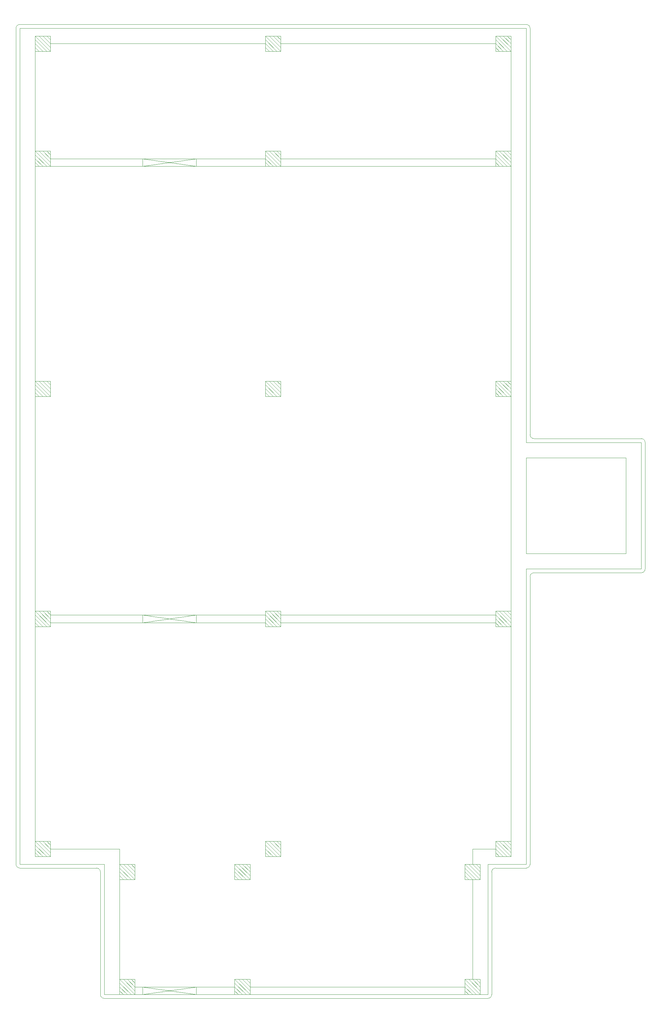
<source format=gbr>
G04 #@! TF.GenerationSoftware,KiCad,Pcbnew,6.0.10+dfsg-1~bpo11+1*
G04 #@! TF.ProjectId,main,6d61696e-2e6b-4696-9361-645f70636258,5.0*
G04 #@! TF.SameCoordinates,Original*
G04 #@! TF.FileFunction,Legend,Bot*
G04 #@! TF.FilePolarity,Positive*
%FSLAX46Y46*%
G04 Gerber Fmt 4.6, Leading zero omitted, Abs format (unit mm)*
%MOMM*%
%LPD*%
G01*
G04 APERTURE LIST*
%ADD10C,0.120000*%
G04 #@! TA.AperFunction,Profile*
%ADD11C,0.120000*%
G04 #@! TD*
G04 APERTURE END LIST*
D10*
X143280000Y-57320000D02*
X139280000Y-57320000D01*
X139280000Y-177320000D02*
X139280000Y-173320000D01*
X199280000Y-57320000D02*
X143280000Y-57320000D01*
X199280000Y-23320000D02*
X203280000Y-23320000D01*
X200280000Y-233320000D02*
X203280000Y-236320000D01*
X79280000Y-56320000D02*
X80280000Y-57320000D01*
X199280000Y-26320000D02*
X200280000Y-27320000D01*
X140280000Y-233320000D02*
X143280000Y-236320000D01*
X83280000Y-233320000D02*
X83280000Y-237320000D01*
X203280000Y-237320000D02*
X199280000Y-237320000D01*
X82280000Y-173320000D02*
X83280000Y-174320000D01*
X202280000Y-173320000D02*
X203280000Y-174320000D01*
X105280000Y-243320000D02*
X101280000Y-243320000D01*
X107280000Y-273320000D02*
X121280000Y-271320000D01*
X83280000Y-57320000D02*
X79280000Y-57320000D01*
X107280000Y-57320000D02*
X107280000Y-55320000D01*
X139280000Y-174320000D02*
X142280000Y-177320000D01*
X143280000Y-174320000D02*
X199280000Y-174320000D01*
X139280000Y-176320000D02*
X140280000Y-177320000D01*
X143280000Y-237320000D02*
X139280000Y-237320000D01*
X79280000Y-23320000D02*
X83280000Y-27320000D01*
X191280000Y-271320000D02*
X193280000Y-273320000D01*
X199280000Y-115320000D02*
X201280000Y-117320000D01*
X191280000Y-239320000D02*
X195280000Y-239320000D01*
X199280000Y-234320000D02*
X202280000Y-237320000D01*
X79280000Y-24320000D02*
X82280000Y-27320000D01*
X81280000Y-23320000D02*
X83280000Y-25320000D01*
X139280000Y-56320000D02*
X140280000Y-57320000D01*
X195280000Y-273320000D02*
X191280000Y-273320000D01*
X203280000Y-173320000D02*
X203280000Y-117320000D01*
X191280000Y-242320000D02*
X192280000Y-243320000D01*
X207280000Y-21320000D02*
X75280000Y-21320000D01*
X79280000Y-177320000D02*
X79280000Y-173320000D01*
X199280000Y-236320000D02*
X200280000Y-237320000D01*
X203280000Y-173320000D02*
X203280000Y-177320000D01*
X207280000Y-133320000D02*
X233280000Y-133320000D01*
X79280000Y-23320000D02*
X83280000Y-23320000D01*
X203280000Y-233320000D02*
X203280000Y-237320000D01*
X199280000Y-55320000D02*
X201280000Y-57320000D01*
X79280000Y-113320000D02*
X83280000Y-117320000D01*
X121280000Y-57320000D02*
X121280000Y-55320000D01*
X143280000Y-177320000D02*
X139280000Y-177320000D01*
X121280000Y-176320000D02*
X121280000Y-174320000D01*
X139280000Y-25320000D02*
X141280000Y-27320000D01*
X82280000Y-53320000D02*
X83280000Y-54320000D01*
X101280000Y-239320000D02*
X105280000Y-243320000D01*
X199280000Y-173320000D02*
X203280000Y-177320000D01*
X82280000Y-113320000D02*
X83280000Y-114320000D01*
X203280000Y-233320000D02*
X203280000Y-177320000D01*
X107280000Y-55320000D02*
X121280000Y-57320000D01*
X203280000Y-113320000D02*
X203280000Y-117320000D01*
X200280000Y-23320000D02*
X203280000Y-26320000D01*
X101280000Y-273320000D02*
X101280000Y-269320000D01*
X103280000Y-269320000D02*
X105280000Y-271320000D01*
X193280000Y-269320000D02*
X193280000Y-243320000D01*
X139280000Y-115320000D02*
X141280000Y-117320000D01*
X83280000Y-173320000D02*
X83280000Y-177320000D01*
X79280000Y-113320000D02*
X83280000Y-113320000D01*
X192280000Y-269320000D02*
X195280000Y-272320000D01*
X143280000Y-23320000D02*
X143280000Y-27320000D01*
X80280000Y-173320000D02*
X83280000Y-176320000D01*
X135280000Y-273320000D02*
X131280000Y-273320000D01*
X131280000Y-269320000D02*
X135280000Y-269320000D01*
X139280000Y-233320000D02*
X143280000Y-233320000D01*
X135280000Y-239320000D02*
X135280000Y-243320000D01*
X197280000Y-239320000D02*
X207280000Y-239320000D01*
X191280000Y-241320000D02*
X193280000Y-243320000D01*
X105280000Y-273320000D02*
X101280000Y-273320000D01*
X192280000Y-239320000D02*
X195280000Y-242320000D01*
X139280000Y-116320000D02*
X140280000Y-117320000D01*
X139280000Y-237320000D02*
X139280000Y-233320000D01*
X83280000Y-53320000D02*
X83280000Y-57320000D01*
X195280000Y-273320000D02*
X197280000Y-273320000D01*
X133280000Y-269320000D02*
X135280000Y-271320000D01*
X207280000Y-158320000D02*
X207280000Y-133320000D01*
X101280000Y-243320000D02*
X101280000Y-239320000D01*
X79280000Y-173320000D02*
X83280000Y-173320000D01*
X199280000Y-116320000D02*
X200280000Y-117320000D01*
X79280000Y-237320000D02*
X79280000Y-233320000D01*
X199280000Y-233320000D02*
X203280000Y-237320000D01*
X203280000Y-27320000D02*
X199280000Y-27320000D01*
X200280000Y-113320000D02*
X203280000Y-116320000D01*
X79280000Y-55320000D02*
X81280000Y-57320000D01*
X131280000Y-239320000D02*
X135280000Y-243320000D01*
X79280000Y-117320000D02*
X79280000Y-113320000D01*
X237280000Y-162320000D02*
X237280000Y-129320000D01*
X79280000Y-174320000D02*
X82280000Y-177320000D01*
X83280000Y-237320000D02*
X79280000Y-237320000D01*
X104280000Y-239320000D02*
X105280000Y-240320000D01*
X200280000Y-173320000D02*
X203280000Y-176320000D01*
X83280000Y-55320000D02*
X139280000Y-55320000D01*
X79280000Y-53320000D02*
X83280000Y-57320000D01*
X131280000Y-243320000D02*
X131280000Y-239320000D01*
X193280000Y-269320000D02*
X195280000Y-271320000D01*
X97280000Y-239320000D02*
X97280000Y-273320000D01*
X83280000Y-176320000D02*
X139280000Y-176320000D01*
X191280000Y-243320000D02*
X191280000Y-239320000D01*
X200280000Y-53320000D02*
X203280000Y-56320000D01*
X140280000Y-173320000D02*
X143280000Y-176320000D01*
X79280000Y-233320000D02*
X83280000Y-233320000D01*
X139280000Y-55320000D02*
X141280000Y-57320000D01*
X140280000Y-53320000D02*
X143280000Y-56320000D01*
X131280000Y-272320000D02*
X132280000Y-273320000D01*
X79280000Y-53320000D02*
X83280000Y-53320000D01*
X107280000Y-174320000D02*
X121280000Y-176320000D01*
X80280000Y-113320000D02*
X83280000Y-116320000D01*
X131280000Y-269320000D02*
X135280000Y-273320000D01*
X201280000Y-233320000D02*
X203280000Y-235320000D01*
X191280000Y-240320000D02*
X194280000Y-243320000D01*
X79280000Y-173320000D02*
X83280000Y-177320000D01*
X107280000Y-176320000D02*
X107280000Y-174320000D01*
X79280000Y-116320000D02*
X80280000Y-117320000D01*
X134280000Y-239320000D02*
X135280000Y-240320000D01*
X139280000Y-54320000D02*
X142280000Y-57320000D01*
X199280000Y-114320000D02*
X202280000Y-117320000D01*
X121280000Y-174320000D02*
X107280000Y-176320000D01*
X199280000Y-57320000D02*
X199280000Y-53320000D01*
X197280000Y-273320000D02*
X197280000Y-239320000D01*
X191280000Y-270320000D02*
X194280000Y-273320000D01*
X83280000Y-177320000D02*
X79280000Y-177320000D01*
X101280000Y-269320000D02*
X101280000Y-243320000D01*
X143280000Y-173320000D02*
X143280000Y-177320000D01*
X105280000Y-273320000D02*
X131280000Y-273320000D01*
X141280000Y-173320000D02*
X143280000Y-175320000D01*
X75280000Y-21320000D02*
X75280000Y-239320000D01*
X203280000Y-53320000D02*
X203280000Y-27320000D01*
X202280000Y-53320000D02*
X203280000Y-54320000D01*
X81280000Y-113320000D02*
X83280000Y-115320000D01*
X139280000Y-235320000D02*
X141280000Y-237320000D01*
X140280000Y-113320000D02*
X143280000Y-116320000D01*
X105280000Y-269320000D02*
X105280000Y-273320000D01*
X141280000Y-233320000D02*
X143280000Y-235320000D01*
X79280000Y-175320000D02*
X81280000Y-177320000D01*
X79280000Y-234320000D02*
X82280000Y-237320000D01*
X139280000Y-53320000D02*
X143280000Y-53320000D01*
X191280000Y-271320000D02*
X135280000Y-271320000D01*
X83280000Y-117320000D02*
X79280000Y-117320000D01*
X191280000Y-272320000D02*
X192280000Y-273320000D01*
X139280000Y-117320000D02*
X139280000Y-113320000D01*
X139280000Y-113320000D02*
X143280000Y-113320000D01*
X101280000Y-240320000D02*
X104280000Y-243320000D01*
X202280000Y-23320000D02*
X203280000Y-24320000D01*
X199280000Y-23320000D02*
X203280000Y-27320000D01*
X131280000Y-241320000D02*
X133280000Y-243320000D01*
X79280000Y-235320000D02*
X81280000Y-237320000D01*
X139280000Y-27320000D02*
X139280000Y-23320000D01*
X191280000Y-273320000D02*
X191280000Y-269320000D01*
X199280000Y-113320000D02*
X203280000Y-117320000D01*
X75280000Y-239320000D02*
X97280000Y-239320000D01*
X80280000Y-233320000D02*
X83280000Y-236320000D01*
X139280000Y-25320000D02*
X83280000Y-25320000D01*
X203280000Y-23320000D02*
X203280000Y-27320000D01*
X82280000Y-23320000D02*
X83280000Y-24320000D01*
X121280000Y-271320000D02*
X121280000Y-273320000D01*
X135280000Y-273320000D02*
X191280000Y-273320000D01*
X199280000Y-176320000D02*
X143280000Y-176320000D01*
X139280000Y-175320000D02*
X141280000Y-177320000D01*
X233280000Y-158320000D02*
X207280000Y-158320000D01*
X139280000Y-113320000D02*
X143280000Y-117320000D01*
X203280000Y-177320000D02*
X199280000Y-177320000D01*
X101280000Y-271320000D02*
X103280000Y-273320000D01*
X203280000Y-117320000D02*
X199280000Y-117320000D01*
X142280000Y-233320000D02*
X143280000Y-234320000D01*
X139280000Y-23320000D02*
X143280000Y-27320000D01*
X203280000Y-57320000D02*
X199280000Y-57320000D01*
X199280000Y-53320000D02*
X203280000Y-53320000D01*
X143280000Y-113320000D02*
X143280000Y-117320000D01*
X199280000Y-174320000D02*
X202280000Y-177320000D01*
X142280000Y-53320000D02*
X143280000Y-54320000D01*
X195280000Y-243320000D02*
X191280000Y-243320000D01*
X141280000Y-53320000D02*
X143280000Y-55320000D01*
X101280000Y-242320000D02*
X102280000Y-243320000D01*
X83280000Y-113320000D02*
X83280000Y-117320000D01*
X142280000Y-173320000D02*
X143280000Y-174320000D01*
X191280000Y-269320000D02*
X195280000Y-269320000D01*
X139280000Y-53320000D02*
X143280000Y-57320000D01*
X207280000Y-129320000D02*
X207280000Y-21320000D01*
X143280000Y-55320000D02*
X199280000Y-55320000D01*
X139280000Y-174320000D02*
X83280000Y-174320000D01*
X141280000Y-113320000D02*
X143280000Y-115320000D01*
X199280000Y-56320000D02*
X200280000Y-57320000D01*
X194280000Y-269320000D02*
X195280000Y-270320000D01*
X79280000Y-117320000D02*
X79280000Y-173320000D01*
X202280000Y-113320000D02*
X203280000Y-114320000D01*
X199280000Y-27320000D02*
X199280000Y-23320000D01*
X79280000Y-233320000D02*
X83280000Y-237320000D01*
X81280000Y-173320000D02*
X83280000Y-175320000D01*
X97280000Y-273320000D02*
X101280000Y-273320000D01*
X237280000Y-129320000D02*
X207280000Y-129320000D01*
X199280000Y-53320000D02*
X203280000Y-57320000D01*
X199280000Y-176320000D02*
X200280000Y-177320000D01*
X142280000Y-23320000D02*
X143280000Y-24320000D01*
X199280000Y-117320000D02*
X199280000Y-113320000D01*
X133280000Y-239320000D02*
X135280000Y-241320000D01*
X139280000Y-233320000D02*
X143280000Y-237320000D01*
X131280000Y-273320000D02*
X131280000Y-269320000D01*
X199280000Y-25320000D02*
X201280000Y-27320000D01*
X139280000Y-23320000D02*
X143280000Y-23320000D01*
X199280000Y-54320000D02*
X202280000Y-57320000D01*
X139280000Y-26320000D02*
X140280000Y-27320000D01*
X191280000Y-269320000D02*
X195280000Y-273320000D01*
X135280000Y-269320000D02*
X135280000Y-273320000D01*
X102280000Y-239320000D02*
X105280000Y-242320000D01*
X104280000Y-269320000D02*
X105280000Y-270320000D01*
X80280000Y-23320000D02*
X83280000Y-26320000D01*
X79280000Y-177320000D02*
X79280000Y-233320000D01*
X79280000Y-236320000D02*
X80280000Y-237320000D01*
X143280000Y-53320000D02*
X143280000Y-57320000D01*
X199280000Y-175320000D02*
X201280000Y-177320000D01*
X79280000Y-26320000D02*
X80280000Y-27320000D01*
X191280000Y-239320000D02*
X195280000Y-243320000D01*
X79280000Y-57320000D02*
X79280000Y-113320000D01*
X199280000Y-24320000D02*
X202280000Y-27320000D01*
X143280000Y-117320000D02*
X139280000Y-117320000D01*
X193280000Y-239320000D02*
X193280000Y-235320000D01*
X139280000Y-236320000D02*
X140280000Y-237320000D01*
X193280000Y-239320000D02*
X195280000Y-241320000D01*
X199280000Y-177320000D02*
X199280000Y-173320000D01*
X79280000Y-27320000D02*
X79280000Y-53320000D01*
X121280000Y-273320000D02*
X107280000Y-271320000D01*
X101280000Y-269320000D02*
X105280000Y-273320000D01*
X101280000Y-239320000D02*
X101280000Y-235320000D01*
X132280000Y-269320000D02*
X135280000Y-272320000D01*
X139280000Y-173320000D02*
X143280000Y-177320000D01*
X199280000Y-173320000D02*
X203280000Y-173320000D01*
X103280000Y-239320000D02*
X105280000Y-241320000D01*
X139280000Y-57320000D02*
X139280000Y-53320000D01*
X81280000Y-233320000D02*
X83280000Y-235320000D01*
X132280000Y-239320000D02*
X135280000Y-242320000D01*
X139280000Y-114320000D02*
X142280000Y-117320000D01*
X131280000Y-270320000D02*
X134280000Y-273320000D01*
X199280000Y-237320000D02*
X199280000Y-233320000D01*
X139280000Y-234320000D02*
X142280000Y-237320000D01*
X203280000Y-113320000D02*
X203280000Y-57320000D01*
X139280000Y-24320000D02*
X142280000Y-27320000D01*
X143280000Y-233320000D02*
X143280000Y-237320000D01*
X102280000Y-269320000D02*
X105280000Y-272320000D01*
X207280000Y-239320000D02*
X207280000Y-162320000D01*
X139280000Y-173320000D02*
X143280000Y-173320000D01*
X101280000Y-270320000D02*
X104280000Y-273320000D01*
X140280000Y-23320000D02*
X143280000Y-26320000D01*
X131280000Y-271320000D02*
X105280000Y-271320000D01*
X79280000Y-115320000D02*
X81280000Y-117320000D01*
X135280000Y-243320000D02*
X131280000Y-243320000D01*
X199280000Y-25320000D02*
X143280000Y-25320000D01*
X79280000Y-114320000D02*
X82280000Y-117320000D01*
X80280000Y-53320000D02*
X83280000Y-56320000D01*
X79280000Y-57320000D02*
X79280000Y-53320000D01*
X142280000Y-113320000D02*
X143280000Y-114320000D01*
X131280000Y-240320000D02*
X134280000Y-243320000D01*
X201280000Y-53320000D02*
X203280000Y-55320000D01*
X131280000Y-271320000D02*
X133280000Y-273320000D01*
X81280000Y-53320000D02*
X83280000Y-55320000D01*
X201280000Y-113320000D02*
X203280000Y-115320000D01*
X199280000Y-235320000D02*
X201280000Y-237320000D01*
X131280000Y-239320000D02*
X135280000Y-239320000D01*
X101280000Y-235320000D02*
X83280000Y-235320000D01*
X201280000Y-23320000D02*
X203280000Y-25320000D01*
X101280000Y-241320000D02*
X103280000Y-243320000D01*
X143280000Y-27320000D02*
X139280000Y-27320000D01*
X107280000Y-271320000D02*
X107280000Y-273320000D01*
X79280000Y-25320000D02*
X81280000Y-27320000D01*
X79280000Y-176320000D02*
X80280000Y-177320000D01*
X141280000Y-23320000D02*
X143280000Y-25320000D01*
X101280000Y-272320000D02*
X102280000Y-273320000D01*
X101280000Y-269320000D02*
X105280000Y-269320000D01*
X121280000Y-55320000D02*
X107280000Y-57320000D01*
X82280000Y-233320000D02*
X83280000Y-234320000D01*
X79280000Y-54320000D02*
X82280000Y-57320000D01*
X233280000Y-133320000D02*
X233280000Y-158320000D01*
X199280000Y-233320000D02*
X203280000Y-233320000D01*
X131280000Y-242320000D02*
X132280000Y-243320000D01*
X101280000Y-239320000D02*
X105280000Y-239320000D01*
X79280000Y-27320000D02*
X79280000Y-23320000D01*
X201280000Y-173320000D02*
X203280000Y-175320000D01*
X83280000Y-23320000D02*
X83280000Y-27320000D01*
X195280000Y-239320000D02*
X195280000Y-243320000D01*
X195280000Y-269320000D02*
X195280000Y-273320000D01*
X105280000Y-239320000D02*
X105280000Y-243320000D01*
X193280000Y-235320000D02*
X199280000Y-235320000D01*
X202280000Y-233320000D02*
X203280000Y-234320000D01*
X83280000Y-27320000D02*
X79280000Y-27320000D01*
X134280000Y-269320000D02*
X135280000Y-270320000D01*
X199280000Y-113320000D02*
X203280000Y-113320000D01*
X139280000Y-57320000D02*
X83280000Y-57320000D01*
X203280000Y-53320000D02*
X203280000Y-57320000D01*
X194280000Y-239320000D02*
X195280000Y-240320000D01*
X207280000Y-162320000D02*
X237280000Y-162320000D01*
D11*
X237280000Y-163320000D02*
X209280000Y-163320000D01*
X74280000Y-239320000D02*
X74280000Y-21320000D01*
X95280000Y-240320000D02*
X75280000Y-240320000D01*
X96280000Y-273320000D02*
X96280000Y-241320000D01*
X238280000Y-129320000D02*
X238280000Y-162320000D01*
X209280000Y-128320000D02*
X237280000Y-128320000D01*
X207280000Y-240320000D02*
X199280000Y-240320000D01*
X198280000Y-241320000D02*
X198280000Y-273320000D01*
X75280000Y-20320000D02*
X207280000Y-20320000D01*
X197280000Y-274320000D02*
X97280000Y-274320000D01*
X208280000Y-21320000D02*
X208280000Y-127320000D01*
X208280000Y-164320000D02*
X208280000Y-239320000D01*
X208280000Y-127320000D02*
G75*
G03*
X209280000Y-128320000I1000000J0D01*
G01*
X208280000Y-21320000D02*
G75*
G03*
X207280000Y-20320000I-1000000J0D01*
G01*
X96280000Y-241320000D02*
G75*
G03*
X95280000Y-240320000I-1000000J0D01*
G01*
X96280000Y-273320000D02*
G75*
G03*
X97280000Y-274320000I1000000J0D01*
G01*
X199280000Y-240320000D02*
G75*
G03*
X198280000Y-241320000I0J-1000000D01*
G01*
X74280000Y-239320000D02*
G75*
G03*
X75280000Y-240320000I999999J-1D01*
G01*
X209280000Y-163320000D02*
G75*
G03*
X208280000Y-164320000I0J-1000000D01*
G01*
X237280000Y-163320000D02*
G75*
G03*
X238280000Y-162320000I0J1000000D01*
G01*
X75280000Y-20320000D02*
G75*
G03*
X74280000Y-21320000I-1J-999999D01*
G01*
X207280000Y-240320000D02*
G75*
G03*
X208280000Y-239320000I0J1000000D01*
G01*
X197280000Y-274320000D02*
G75*
G03*
X198280000Y-273320000I0J1000000D01*
G01*
X238280000Y-129320000D02*
G75*
G03*
X237280000Y-128320000I-1000000J0D01*
G01*
%LPC*%
G36*
G01*
X114400000Y-63750000D02*
X115600000Y-63750000D01*
G75*
G02*
X115750000Y-63900000I0J-150000D01*
G01*
X115750000Y-76100000D01*
G75*
G02*
X115600000Y-76250000I-150000J0D01*
G01*
X114400000Y-76250000D01*
G75*
G02*
X114250000Y-76100000I0J150000D01*
G01*
X114250000Y-63900000D01*
G75*
G02*
X114400000Y-63750000I150000J0D01*
G01*
G37*
G36*
G01*
X189400000Y-93750000D02*
X190600000Y-93750000D01*
G75*
G02*
X190750000Y-93900000I0J-150000D01*
G01*
X190750000Y-106100000D01*
G75*
G02*
X190600000Y-106250000I-150000J0D01*
G01*
X189400000Y-106250000D01*
G75*
G02*
X189250000Y-106100000I0J150000D01*
G01*
X189250000Y-93900000D01*
G75*
G02*
X189400000Y-93750000I150000J0D01*
G01*
G37*
G36*
G01*
X168750000Y-60600000D02*
X168750000Y-59400000D01*
G75*
G02*
X168900000Y-59250000I150000J0D01*
G01*
X181100000Y-59250000D01*
G75*
G02*
X181250000Y-59400000I0J-150000D01*
G01*
X181250000Y-60600000D01*
G75*
G02*
X181100000Y-60750000I-150000J0D01*
G01*
X168900000Y-60750000D01*
G75*
G02*
X168750000Y-60600000I0J150000D01*
G01*
G37*
G36*
G01*
X201250000Y-29400000D02*
X201250000Y-30600000D01*
G75*
G02*
X201100000Y-30750000I-150000J0D01*
G01*
X188900000Y-30750000D01*
G75*
G02*
X188750000Y-30600000I0J150000D01*
G01*
X188750000Y-29400000D01*
G75*
G02*
X188900000Y-29250000I150000J0D01*
G01*
X201100000Y-29250000D01*
G75*
G02*
X201250000Y-29400000I0J-150000D01*
G01*
G37*
G36*
G01*
X183250000Y-187400000D02*
X183250000Y-192600000D01*
G75*
G02*
X182600000Y-193250000I-650000J0D01*
G01*
X177400000Y-193250000D01*
G75*
G02*
X176750000Y-192600000I0J650000D01*
G01*
X176750000Y-187400000D01*
G75*
G02*
X177400000Y-186750000I650000J0D01*
G01*
X182600000Y-186750000D01*
G75*
G02*
X183250000Y-187400000I0J-650000D01*
G01*
G37*
G36*
G01*
X149400000Y-63750000D02*
X150600000Y-63750000D01*
G75*
G02*
X150750000Y-63900000I0J-150000D01*
G01*
X150750000Y-76100000D01*
G75*
G02*
X150600000Y-76250000I-150000J0D01*
G01*
X149400000Y-76250000D01*
G75*
G02*
X149250000Y-76100000I0J150000D01*
G01*
X149250000Y-63900000D01*
G75*
G02*
X149400000Y-63750000I150000J0D01*
G01*
G37*
G36*
G01*
X173250000Y-157400000D02*
X173250000Y-162600000D01*
G75*
G02*
X172600000Y-163250000I-650000J0D01*
G01*
X167400000Y-163250000D01*
G75*
G02*
X166750000Y-162600000I0J650000D01*
G01*
X166750000Y-157400000D01*
G75*
G02*
X167400000Y-156750000I650000J0D01*
G01*
X172600000Y-156750000D01*
G75*
G02*
X173250000Y-157400000I0J-650000D01*
G01*
G37*
G36*
G01*
X133250000Y-127400000D02*
X133250000Y-132600000D01*
G75*
G02*
X132600000Y-133250000I-650000J0D01*
G01*
X127400000Y-133250000D01*
G75*
G02*
X126750000Y-132600000I0J650000D01*
G01*
X126750000Y-127400000D01*
G75*
G02*
X127400000Y-126750000I650000J0D01*
G01*
X132600000Y-126750000D01*
G75*
G02*
X133250000Y-127400000I0J-650000D01*
G01*
G37*
G36*
G01*
X103250000Y-217400000D02*
X103250000Y-222600000D01*
G75*
G02*
X102600000Y-223250000I-650000J0D01*
G01*
X97400000Y-223250000D01*
G75*
G02*
X96750000Y-222600000I0J650000D01*
G01*
X96750000Y-217400000D01*
G75*
G02*
X97400000Y-216750000I650000J0D01*
G01*
X102600000Y-216750000D01*
G75*
G02*
X103250000Y-217400000I0J-650000D01*
G01*
G37*
G36*
G01*
X183250000Y-247400000D02*
X183250000Y-252600000D01*
G75*
G02*
X182600000Y-253250000I-650000J0D01*
G01*
X177400000Y-253250000D01*
G75*
G02*
X176750000Y-252600000I0J650000D01*
G01*
X176750000Y-247400000D01*
G75*
G02*
X177400000Y-246750000I650000J0D01*
G01*
X182600000Y-246750000D01*
G75*
G02*
X183250000Y-247400000I0J-650000D01*
G01*
G37*
G36*
G01*
X161250000Y-29400000D02*
X161250000Y-30600000D01*
G75*
G02*
X161100000Y-30750000I-150000J0D01*
G01*
X148900000Y-30750000D01*
G75*
G02*
X148750000Y-30600000I0J150000D01*
G01*
X148750000Y-29400000D01*
G75*
G02*
X148900000Y-29250000I150000J0D01*
G01*
X161100000Y-29250000D01*
G75*
G02*
X161250000Y-29400000I0J-150000D01*
G01*
G37*
G36*
G01*
X114400000Y-93750000D02*
X115600000Y-93750000D01*
G75*
G02*
X115750000Y-93900000I0J-150000D01*
G01*
X115750000Y-106100000D01*
G75*
G02*
X115600000Y-106250000I-150000J0D01*
G01*
X114400000Y-106250000D01*
G75*
G02*
X114250000Y-106100000I0J150000D01*
G01*
X114250000Y-93900000D01*
G75*
G02*
X114400000Y-93750000I150000J0D01*
G01*
G37*
G36*
G01*
X163250000Y-187400000D02*
X163250000Y-192600000D01*
G75*
G02*
X162600000Y-193250000I-650000J0D01*
G01*
X157400000Y-193250000D01*
G75*
G02*
X156750000Y-192600000I0J650000D01*
G01*
X156750000Y-187400000D01*
G75*
G02*
X157400000Y-186750000I650000J0D01*
G01*
X162600000Y-186750000D01*
G75*
G02*
X163250000Y-187400000I0J-650000D01*
G01*
G37*
G36*
G01*
X153250000Y-157400000D02*
X153250000Y-162600000D01*
G75*
G02*
X152600000Y-163250000I-650000J0D01*
G01*
X147400000Y-163250000D01*
G75*
G02*
X146750000Y-162600000I0J650000D01*
G01*
X146750000Y-157400000D01*
G75*
G02*
X147400000Y-156750000I650000J0D01*
G01*
X152600000Y-156750000D01*
G75*
G02*
X153250000Y-157400000I0J-650000D01*
G01*
G37*
G36*
G01*
X153250000Y-247400000D02*
X153250000Y-252600000D01*
G75*
G02*
X152600000Y-253250000I-650000J0D01*
G01*
X147400000Y-253250000D01*
G75*
G02*
X146750000Y-252600000I0J650000D01*
G01*
X146750000Y-247400000D01*
G75*
G02*
X147400000Y-246750000I650000J0D01*
G01*
X152600000Y-246750000D01*
G75*
G02*
X153250000Y-247400000I0J-650000D01*
G01*
G37*
G36*
G01*
X149400000Y-93750000D02*
X150600000Y-93750000D01*
G75*
G02*
X150750000Y-93900000I0J-150000D01*
G01*
X150750000Y-106100000D01*
G75*
G02*
X150600000Y-106250000I-150000J0D01*
G01*
X149400000Y-106250000D01*
G75*
G02*
X149250000Y-106100000I0J150000D01*
G01*
X149250000Y-93900000D01*
G75*
G02*
X149400000Y-93750000I150000J0D01*
G01*
G37*
G36*
G01*
X89400000Y-93750000D02*
X90600000Y-93750000D01*
G75*
G02*
X90750000Y-93900000I0J-150000D01*
G01*
X90750000Y-106100000D01*
G75*
G02*
X90600000Y-106250000I-150000J0D01*
G01*
X89400000Y-106250000D01*
G75*
G02*
X89250000Y-106100000I0J150000D01*
G01*
X89250000Y-93900000D01*
G75*
G02*
X89400000Y-93750000I150000J0D01*
G01*
G37*
G36*
G01*
X113250000Y-157400000D02*
X113250000Y-162600000D01*
G75*
G02*
X112600000Y-163250000I-650000J0D01*
G01*
X107400000Y-163250000D01*
G75*
G02*
X106750000Y-162600000I0J650000D01*
G01*
X106750000Y-157400000D01*
G75*
G02*
X107400000Y-156750000I650000J0D01*
G01*
X112600000Y-156750000D01*
G75*
G02*
X113250000Y-157400000I0J-650000D01*
G01*
G37*
G36*
G01*
X123250000Y-187400000D02*
X123250000Y-192600000D01*
G75*
G02*
X122600000Y-193250000I-650000J0D01*
G01*
X117400000Y-193250000D01*
G75*
G02*
X116750000Y-192600000I0J650000D01*
G01*
X116750000Y-187400000D01*
G75*
G02*
X117400000Y-186750000I650000J0D01*
G01*
X122600000Y-186750000D01*
G75*
G02*
X123250000Y-187400000I0J-650000D01*
G01*
G37*
G36*
G01*
X123250000Y-247400000D02*
X123250000Y-252600000D01*
G75*
G02*
X122600000Y-253250000I-650000J0D01*
G01*
X117400000Y-253250000D01*
G75*
G02*
X116750000Y-252600000I0J650000D01*
G01*
X116750000Y-247400000D01*
G75*
G02*
X117400000Y-246750000I650000J0D01*
G01*
X122600000Y-246750000D01*
G75*
G02*
X123250000Y-247400000I0J-650000D01*
G01*
G37*
G36*
G01*
X133250000Y-157400000D02*
X133250000Y-162600000D01*
G75*
G02*
X132600000Y-163250000I-650000J0D01*
G01*
X127400000Y-163250000D01*
G75*
G02*
X126750000Y-162600000I0J650000D01*
G01*
X126750000Y-157400000D01*
G75*
G02*
X127400000Y-156750000I650000J0D01*
G01*
X132600000Y-156750000D01*
G75*
G02*
X133250000Y-157400000I0J-650000D01*
G01*
G37*
G36*
G01*
X101250000Y-29400000D02*
X101250000Y-30600000D01*
G75*
G02*
X101100000Y-30750000I-150000J0D01*
G01*
X88900000Y-30750000D01*
G75*
G02*
X88750000Y-30600000I0J150000D01*
G01*
X88750000Y-29400000D01*
G75*
G02*
X88900000Y-29250000I150000J0D01*
G01*
X101100000Y-29250000D01*
G75*
G02*
X101250000Y-29400000I0J-150000D01*
G01*
G37*
G36*
G01*
X93250000Y-157400000D02*
X93250000Y-162600000D01*
G75*
G02*
X92600000Y-163250000I-650000J0D01*
G01*
X87400000Y-163250000D01*
G75*
G02*
X86750000Y-162600000I0J650000D01*
G01*
X86750000Y-157400000D01*
G75*
G02*
X87400000Y-156750000I650000J0D01*
G01*
X92600000Y-156750000D01*
G75*
G02*
X93250000Y-157400000I0J-650000D01*
G01*
G37*
G36*
G01*
X143250000Y-187400000D02*
X143250000Y-192600000D01*
G75*
G02*
X142600000Y-193250000I-650000J0D01*
G01*
X137400000Y-193250000D01*
G75*
G02*
X136750000Y-192600000I0J650000D01*
G01*
X136750000Y-187400000D01*
G75*
G02*
X137400000Y-186750000I650000J0D01*
G01*
X142600000Y-186750000D01*
G75*
G02*
X143250000Y-187400000I0J-650000D01*
G01*
G37*
G36*
G01*
X153250000Y-127400000D02*
X153250000Y-132600000D01*
G75*
G02*
X152600000Y-133250000I-650000J0D01*
G01*
X147400000Y-133250000D01*
G75*
G02*
X146750000Y-132600000I0J650000D01*
G01*
X146750000Y-127400000D01*
G75*
G02*
X147400000Y-126750000I650000J0D01*
G01*
X152600000Y-126750000D01*
G75*
G02*
X153250000Y-127400000I0J-650000D01*
G01*
G37*
G36*
G01*
X139400000Y-63750000D02*
X140600000Y-63750000D01*
G75*
G02*
X140750000Y-63900000I0J-150000D01*
G01*
X140750000Y-76100000D01*
G75*
G02*
X140600000Y-76250000I-150000J0D01*
G01*
X139400000Y-76250000D01*
G75*
G02*
X139250000Y-76100000I0J150000D01*
G01*
X139250000Y-63900000D01*
G75*
G02*
X139400000Y-63750000I150000J0D01*
G01*
G37*
G36*
G01*
X169400000Y-63750000D02*
X170600000Y-63750000D01*
G75*
G02*
X170750000Y-63900000I0J-150000D01*
G01*
X170750000Y-76100000D01*
G75*
G02*
X170600000Y-76250000I-150000J0D01*
G01*
X169400000Y-76250000D01*
G75*
G02*
X169250000Y-76100000I0J150000D01*
G01*
X169250000Y-63900000D01*
G75*
G02*
X169400000Y-63750000I150000J0D01*
G01*
G37*
G36*
G01*
X173250000Y-127400000D02*
X173250000Y-132600000D01*
G75*
G02*
X172600000Y-133250000I-650000J0D01*
G01*
X167400000Y-133250000D01*
G75*
G02*
X166750000Y-132600000I0J650000D01*
G01*
X166750000Y-127400000D01*
G75*
G02*
X167400000Y-126750000I650000J0D01*
G01*
X172600000Y-126750000D01*
G75*
G02*
X173250000Y-127400000I0J-650000D01*
G01*
G37*
G36*
G01*
X183250000Y-217400000D02*
X183250000Y-222600000D01*
G75*
G02*
X182600000Y-223250000I-650000J0D01*
G01*
X177400000Y-223250000D01*
G75*
G02*
X176750000Y-222600000I0J650000D01*
G01*
X176750000Y-217400000D01*
G75*
G02*
X177400000Y-216750000I650000J0D01*
G01*
X182600000Y-216750000D01*
G75*
G02*
X183250000Y-217400000I0J-650000D01*
G01*
G37*
G36*
G01*
X103250000Y-187400000D02*
X103250000Y-192600000D01*
G75*
G02*
X102600000Y-193250000I-650000J0D01*
G01*
X97400000Y-193250000D01*
G75*
G02*
X96750000Y-192600000I0J650000D01*
G01*
X96750000Y-187400000D01*
G75*
G02*
X97400000Y-186750000I650000J0D01*
G01*
X102600000Y-186750000D01*
G75*
G02*
X103250000Y-187400000I0J-650000D01*
G01*
G37*
G36*
G01*
X169400000Y-93750000D02*
X170600000Y-93750000D01*
G75*
G02*
X170750000Y-93900000I0J-150000D01*
G01*
X170750000Y-106100000D01*
G75*
G02*
X170600000Y-106250000I-150000J0D01*
G01*
X169400000Y-106250000D01*
G75*
G02*
X169250000Y-106100000I0J150000D01*
G01*
X169250000Y-93900000D01*
G75*
G02*
X169400000Y-93750000I150000J0D01*
G01*
G37*
G36*
G01*
X143250000Y-217400000D02*
X143250000Y-222600000D01*
G75*
G02*
X142600000Y-223250000I-650000J0D01*
G01*
X137400000Y-223250000D01*
G75*
G02*
X136750000Y-222600000I0J650000D01*
G01*
X136750000Y-217400000D01*
G75*
G02*
X137400000Y-216750000I650000J0D01*
G01*
X142600000Y-216750000D01*
G75*
G02*
X143250000Y-217400000I0J-650000D01*
G01*
G37*
G36*
G01*
X139400000Y-93750000D02*
X140600000Y-93750000D01*
G75*
G02*
X140750000Y-93900000I0J-150000D01*
G01*
X140750000Y-106100000D01*
G75*
G02*
X140600000Y-106250000I-150000J0D01*
G01*
X139400000Y-106250000D01*
G75*
G02*
X139250000Y-106100000I0J150000D01*
G01*
X139250000Y-93900000D01*
G75*
G02*
X139400000Y-93750000I150000J0D01*
G01*
G37*
G36*
G01*
X123250000Y-217400000D02*
X123250000Y-222600000D01*
G75*
G02*
X122600000Y-223250000I-650000J0D01*
G01*
X117400000Y-223250000D01*
G75*
G02*
X116750000Y-222600000I0J650000D01*
G01*
X116750000Y-217400000D01*
G75*
G02*
X117400000Y-216750000I650000J0D01*
G01*
X122600000Y-216750000D01*
G75*
G02*
X123250000Y-217400000I0J-650000D01*
G01*
G37*
G36*
G01*
X126250000Y-29400000D02*
X126250000Y-30600000D01*
G75*
G02*
X126100000Y-30750000I-150000J0D01*
G01*
X113900000Y-30750000D01*
G75*
G02*
X113750000Y-30600000I0J150000D01*
G01*
X113750000Y-29400000D01*
G75*
G02*
X113900000Y-29250000I150000J0D01*
G01*
X126100000Y-29250000D01*
G75*
G02*
X126250000Y-29400000I0J-150000D01*
G01*
G37*
G36*
G01*
X193250000Y-127400000D02*
X193250000Y-132600000D01*
G75*
G02*
X192600000Y-133250000I-650000J0D01*
G01*
X187400000Y-133250000D01*
G75*
G02*
X186750000Y-132600000I0J650000D01*
G01*
X186750000Y-127400000D01*
G75*
G02*
X187400000Y-126750000I650000J0D01*
G01*
X192600000Y-126750000D01*
G75*
G02*
X193250000Y-127400000I0J-650000D01*
G01*
G37*
G36*
G01*
X193250000Y-157400000D02*
X193250000Y-162600000D01*
G75*
G02*
X192600000Y-163250000I-650000J0D01*
G01*
X187400000Y-163250000D01*
G75*
G02*
X186750000Y-162600000I0J650000D01*
G01*
X186750000Y-157400000D01*
G75*
G02*
X187400000Y-156750000I650000J0D01*
G01*
X192600000Y-156750000D01*
G75*
G02*
X193250000Y-157400000I0J-650000D01*
G01*
G37*
G36*
G01*
X89400000Y-63750000D02*
X90600000Y-63750000D01*
G75*
G02*
X90750000Y-63900000I0J-150000D01*
G01*
X90750000Y-76100000D01*
G75*
G02*
X90600000Y-76250000I-150000J0D01*
G01*
X89400000Y-76250000D01*
G75*
G02*
X89250000Y-76100000I0J150000D01*
G01*
X89250000Y-63900000D01*
G75*
G02*
X89400000Y-63750000I150000J0D01*
G01*
G37*
G36*
G01*
X163250000Y-217400000D02*
X163250000Y-222600000D01*
G75*
G02*
X162600000Y-223250000I-650000J0D01*
G01*
X157400000Y-223250000D01*
G75*
G02*
X156750000Y-222600000I0J650000D01*
G01*
X156750000Y-217400000D01*
G75*
G02*
X157400000Y-216750000I650000J0D01*
G01*
X162600000Y-216750000D01*
G75*
G02*
X163250000Y-217400000I0J-650000D01*
G01*
G37*
G36*
G01*
X189400000Y-63750000D02*
X190600000Y-63750000D01*
G75*
G02*
X190750000Y-63900000I0J-150000D01*
G01*
X190750000Y-76100000D01*
G75*
G02*
X190600000Y-76250000I-150000J0D01*
G01*
X189400000Y-76250000D01*
G75*
G02*
X189250000Y-76100000I0J150000D01*
G01*
X189250000Y-63900000D01*
G75*
G02*
X189400000Y-63750000I150000J0D01*
G01*
G37*
G36*
G01*
X93250000Y-127400000D02*
X93250000Y-132600000D01*
G75*
G02*
X92600000Y-133250000I-650000J0D01*
G01*
X87400000Y-133250000D01*
G75*
G02*
X86750000Y-132600000I0J650000D01*
G01*
X86750000Y-127400000D01*
G75*
G02*
X87400000Y-126750000I650000J0D01*
G01*
X92600000Y-126750000D01*
G75*
G02*
X93250000Y-127400000I0J-650000D01*
G01*
G37*
G36*
G01*
X186250000Y-29400000D02*
X186250000Y-30600000D01*
G75*
G02*
X186100000Y-30750000I-150000J0D01*
G01*
X173900000Y-30750000D01*
G75*
G02*
X173750000Y-30600000I0J150000D01*
G01*
X173750000Y-29400000D01*
G75*
G02*
X173900000Y-29250000I150000J0D01*
G01*
X186100000Y-29250000D01*
G75*
G02*
X186250000Y-29400000I0J-150000D01*
G01*
G37*
G36*
G01*
X113250000Y-127400000D02*
X113250000Y-132600000D01*
G75*
G02*
X112600000Y-133250000I-650000J0D01*
G01*
X107400000Y-133250000D01*
G75*
G02*
X106750000Y-132600000I0J650000D01*
G01*
X106750000Y-127400000D01*
G75*
G02*
X107400000Y-126750000I650000J0D01*
G01*
X112600000Y-126750000D01*
G75*
G02*
X113250000Y-127400000I0J-650000D01*
G01*
G37*
M02*

</source>
